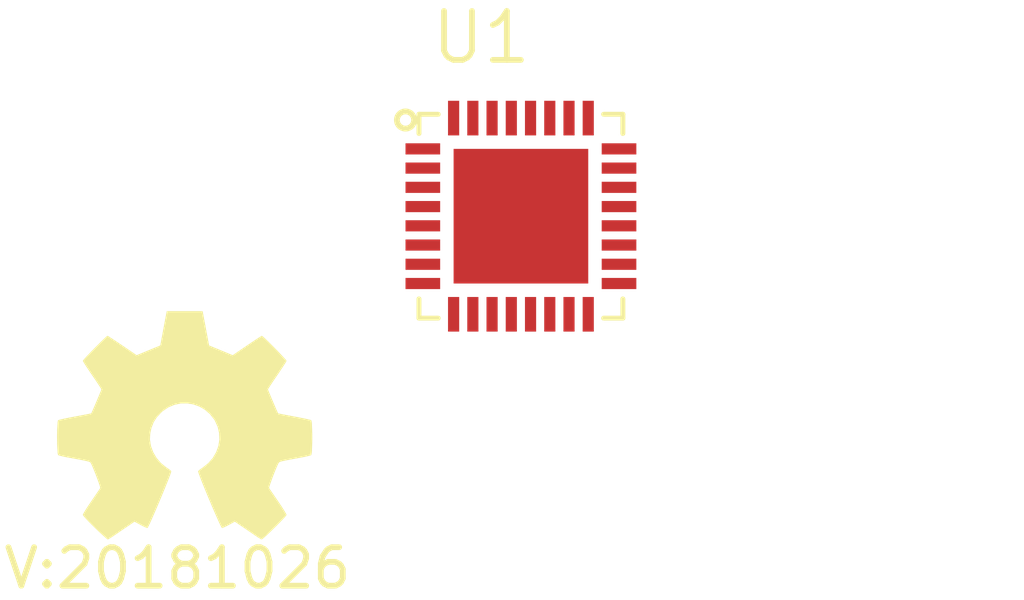
<source format=kicad_pcb>
(kicad_pcb (version 20171130) (host pcbnew 5.0.1-33cea8e~68~ubuntu18.04.1)

  (general
    (thickness 1.6)
    (drawings 0)
    (tracks 0)
    (zones 0)
    (modules 3)
    (nets 1)
  )

  (page A4)
  (layers
    (0 F.Cu signal)
    (31 B.Cu signal)
    (32 B.Adhes user)
    (33 F.Adhes user)
    (34 B.Paste user)
    (35 F.Paste user)
    (36 B.SilkS user)
    (37 F.SilkS user)
    (38 B.Mask user)
    (39 F.Mask user)
    (40 Dwgs.User user)
    (41 Cmts.User user)
    (42 Eco1.User user)
    (43 Eco2.User user)
    (44 Edge.Cuts user)
    (45 Margin user)
    (46 B.CrtYd user)
    (47 F.CrtYd user)
    (48 B.Fab user)
    (49 F.Fab user)
  )

  (setup
    (last_trace_width 0.1524)
    (user_trace_width 0.1524)
    (user_trace_width 0.2)
    (user_trace_width 0.3)
    (user_trace_width 0.4)
    (user_trace_width 0.6)
    (user_trace_width 1)
    (user_trace_width 1.5)
    (user_trace_width 2)
    (trace_clearance 0.1524)
    (zone_clearance 0.508)
    (zone_45_only no)
    (trace_min 0.1524)
    (segment_width 0.2)
    (edge_width 0.15)
    (via_size 0.381)
    (via_drill 0.254)
    (via_min_size 0.381)
    (via_min_drill 0.254)
    (user_via 0.381 0.254)
    (user_via 0.55 0.4)
    (user_via 0.75 0.6)
    (user_via 0.95 0.8)
    (user_via 1.3 1)
    (user_via 1.5 1.2)
    (user_via 1.7 1.4)
    (user_via 1.9 1.6)
    (uvia_size 0.381)
    (uvia_drill 0.254)
    (uvias_allowed no)
    (uvia_min_size 0.381)
    (uvia_min_drill 0.254)
    (pcb_text_width 0.3)
    (pcb_text_size 1.5 1.5)
    (mod_edge_width 0.15)
    (mod_text_size 1 1)
    (mod_text_width 0.15)
    (pad_size 1.524 1.524)
    (pad_drill 0.762)
    (pad_to_mask_clearance 0.2)
    (solder_mask_min_width 0.25)
    (aux_axis_origin 0 0)
    (visible_elements FFFFFF7F)
    (pcbplotparams
      (layerselection 0x00030_80000001)
      (usegerberextensions false)
      (usegerberattributes false)
      (usegerberadvancedattributes false)
      (creategerberjobfile false)
      (excludeedgelayer true)
      (linewidth 0.100000)
      (plotframeref false)
      (viasonmask false)
      (mode 1)
      (useauxorigin false)
      (hpglpennumber 1)
      (hpglpenspeed 20)
      (hpglpendiameter 15.000000)
      (psnegative false)
      (psa4output false)
      (plotreference true)
      (plotvalue true)
      (plotinvisibletext false)
      (padsonsilk false)
      (subtractmaskfromsilk false)
      (outputformat 1)
      (mirror false)
      (drillshape 1)
      (scaleselection 1)
      (outputdirectory ""))
  )

  (net 0 "")

  (net_class Default "This is the default net class."
    (clearance 0.1524)
    (trace_width 0.1524)
    (via_dia 0.381)
    (via_drill 0.254)
    (uvia_dia 0.381)
    (uvia_drill 0.254)
  )

  (module Symbols:OSHW-Symbol_6.7x6mm_SilkScreen (layer F.Cu) (tedit 0) (tstamp 5A135134)
    (at 148 101)
    (descr "Open Source Hardware Symbol")
    (tags "Logo Symbol OSHW")
    (path /5A135869)
    (attr virtual)
    (fp_text reference N1 (at 0 0) (layer F.SilkS) hide
      (effects (font (size 1 1) (thickness 0.15)))
    )
    (fp_text value OHWLOGO (at 0.75 0) (layer F.Fab) hide
      (effects (font (size 1 1) (thickness 0.15)))
    )
    (fp_poly (pts (xy 0.555814 -2.531069) (xy 0.639635 -2.086445) (xy 0.94892 -1.958947) (xy 1.258206 -1.831449)
      (xy 1.629246 -2.083754) (xy 1.733157 -2.154004) (xy 1.827087 -2.216728) (xy 1.906652 -2.269062)
      (xy 1.96747 -2.308143) (xy 2.005157 -2.331107) (xy 2.015421 -2.336058) (xy 2.03391 -2.323324)
      (xy 2.07342 -2.288118) (xy 2.129522 -2.234938) (xy 2.197787 -2.168282) (xy 2.273786 -2.092646)
      (xy 2.353092 -2.012528) (xy 2.431275 -1.932426) (xy 2.503907 -1.856836) (xy 2.566559 -1.790255)
      (xy 2.614803 -1.737182) (xy 2.64421 -1.702113) (xy 2.651241 -1.690377) (xy 2.641123 -1.66874)
      (xy 2.612759 -1.621338) (xy 2.569129 -1.552807) (xy 2.513218 -1.467785) (xy 2.448006 -1.370907)
      (xy 2.410219 -1.31565) (xy 2.341343 -1.214752) (xy 2.28014 -1.123701) (xy 2.229578 -1.04703)
      (xy 2.192628 -0.989272) (xy 2.172258 -0.954957) (xy 2.169197 -0.947746) (xy 2.176136 -0.927252)
      (xy 2.195051 -0.879487) (xy 2.223087 -0.811168) (xy 2.257391 -0.729011) (xy 2.295109 -0.63973)
      (xy 2.333387 -0.550042) (xy 2.36937 -0.466662) (xy 2.400206 -0.396306) (xy 2.423039 -0.34569)
      (xy 2.435017 -0.321529) (xy 2.435724 -0.320578) (xy 2.454531 -0.315964) (xy 2.504618 -0.305672)
      (xy 2.580793 -0.290713) (xy 2.677865 -0.272099) (xy 2.790643 -0.250841) (xy 2.856442 -0.238582)
      (xy 2.97695 -0.215638) (xy 3.085797 -0.193805) (xy 3.177476 -0.174278) (xy 3.246481 -0.158252)
      (xy 3.287304 -0.146921) (xy 3.295511 -0.143326) (xy 3.303548 -0.118994) (xy 3.310033 -0.064041)
      (xy 3.31497 0.015108) (xy 3.318364 0.112026) (xy 3.320218 0.220287) (xy 3.320538 0.333465)
      (xy 3.319327 0.445135) (xy 3.31659 0.548868) (xy 3.312331 0.638241) (xy 3.306555 0.706826)
      (xy 3.299267 0.748197) (xy 3.294895 0.75681) (xy 3.268764 0.767133) (xy 3.213393 0.781892)
      (xy 3.136107 0.799352) (xy 3.04423 0.81778) (xy 3.012158 0.823741) (xy 2.857524 0.852066)
      (xy 2.735375 0.874876) (xy 2.641673 0.89308) (xy 2.572384 0.907583) (xy 2.523471 0.919292)
      (xy 2.490897 0.929115) (xy 2.470628 0.937956) (xy 2.458626 0.946724) (xy 2.456947 0.948457)
      (xy 2.440184 0.976371) (xy 2.414614 1.030695) (xy 2.382788 1.104777) (xy 2.34726 1.191965)
      (xy 2.310583 1.285608) (xy 2.275311 1.379052) (xy 2.243996 1.465647) (xy 2.219193 1.53874)
      (xy 2.203454 1.591678) (xy 2.199332 1.617811) (xy 2.199676 1.618726) (xy 2.213641 1.640086)
      (xy 2.245322 1.687084) (xy 2.291391 1.754827) (xy 2.348518 1.838423) (xy 2.413373 1.932982)
      (xy 2.431843 1.959854) (xy 2.497699 2.057275) (xy 2.55565 2.146163) (xy 2.602538 2.221412)
      (xy 2.635207 2.27792) (xy 2.6505 2.310581) (xy 2.651241 2.314593) (xy 2.638392 2.335684)
      (xy 2.602888 2.377464) (xy 2.549293 2.435445) (xy 2.482171 2.505135) (xy 2.406087 2.582045)
      (xy 2.325604 2.661683) (xy 2.245287 2.739561) (xy 2.169699 2.811186) (xy 2.103405 2.87207)
      (xy 2.050969 2.917721) (xy 2.016955 2.94365) (xy 2.007545 2.947883) (xy 1.985643 2.937912)
      (xy 1.9408 2.91102) (xy 1.880321 2.871736) (xy 1.833789 2.840117) (xy 1.749475 2.782098)
      (xy 1.649626 2.713784) (xy 1.549473 2.645579) (xy 1.495627 2.609075) (xy 1.313371 2.4858)
      (xy 1.160381 2.56852) (xy 1.090682 2.604759) (xy 1.031414 2.632926) (xy 0.991311 2.648991)
      (xy 0.981103 2.651226) (xy 0.968829 2.634722) (xy 0.944613 2.588082) (xy 0.910263 2.515609)
      (xy 0.867588 2.421606) (xy 0.818394 2.310374) (xy 0.76449 2.186215) (xy 0.707684 2.053432)
      (xy 0.649782 1.916327) (xy 0.592593 1.779202) (xy 0.537924 1.646358) (xy 0.487584 1.522098)
      (xy 0.44338 1.410725) (xy 0.407119 1.316539) (xy 0.380609 1.243844) (xy 0.365658 1.196941)
      (xy 0.363254 1.180833) (xy 0.382311 1.160286) (xy 0.424036 1.126933) (xy 0.479706 1.087702)
      (xy 0.484378 1.084599) (xy 0.628264 0.969423) (xy 0.744283 0.835053) (xy 0.83143 0.685784)
      (xy 0.888699 0.525913) (xy 0.915086 0.359737) (xy 0.909585 0.191552) (xy 0.87119 0.025655)
      (xy 0.798895 -0.133658) (xy 0.777626 -0.168513) (xy 0.666996 -0.309263) (xy 0.536302 -0.422286)
      (xy 0.390064 -0.506997) (xy 0.232808 -0.562806) (xy 0.069057 -0.589126) (xy -0.096667 -0.58537)
      (xy -0.259838 -0.55095) (xy -0.415935 -0.485277) (xy -0.560433 -0.387765) (xy -0.605131 -0.348187)
      (xy -0.718888 -0.224297) (xy -0.801782 -0.093876) (xy -0.858644 0.052315) (xy -0.890313 0.197088)
      (xy -0.898131 0.35986) (xy -0.872062 0.52344) (xy -0.814755 0.682298) (xy -0.728856 0.830906)
      (xy -0.617014 0.963735) (xy -0.481877 1.075256) (xy -0.464117 1.087011) (xy -0.40785 1.125508)
      (xy -0.365077 1.158863) (xy -0.344628 1.18016) (xy -0.344331 1.180833) (xy -0.348721 1.203871)
      (xy -0.366124 1.256157) (xy -0.394732 1.33339) (xy -0.432735 1.431268) (xy -0.478326 1.545491)
      (xy -0.529697 1.671758) (xy -0.585038 1.805767) (xy -0.642542 1.943218) (xy -0.700399 2.079808)
      (xy -0.756802 2.211237) (xy -0.809942 2.333205) (xy -0.85801 2.441409) (xy -0.899199 2.531549)
      (xy -0.931699 2.599323) (xy -0.953703 2.64043) (xy -0.962564 2.651226) (xy -0.98964 2.642819)
      (xy -1.040303 2.620272) (xy -1.105817 2.587613) (xy -1.141841 2.56852) (xy -1.294832 2.4858)
      (xy -1.477088 2.609075) (xy -1.570125 2.672228) (xy -1.671985 2.741727) (xy -1.767438 2.807165)
      (xy -1.81525 2.840117) (xy -1.882495 2.885273) (xy -1.939436 2.921057) (xy -1.978646 2.942938)
      (xy -1.991381 2.947563) (xy -2.009917 2.935085) (xy -2.050941 2.900252) (xy -2.110475 2.846678)
      (xy -2.184542 2.777983) (xy -2.269165 2.697781) (xy -2.322685 2.646286) (xy -2.416319 2.554286)
      (xy -2.497241 2.471999) (xy -2.562177 2.402945) (xy -2.607858 2.350644) (xy -2.631011 2.318616)
      (xy -2.633232 2.312116) (xy -2.622924 2.287394) (xy -2.594439 2.237405) (xy -2.550937 2.167212)
      (xy -2.495577 2.081875) (xy -2.43152 1.986456) (xy -2.413303 1.959854) (xy -2.346927 1.863167)
      (xy -2.287378 1.776117) (xy -2.237984 1.703595) (xy -2.202075 1.650493) (xy -2.182981 1.621703)
      (xy -2.181136 1.618726) (xy -2.183895 1.595782) (xy -2.198538 1.545336) (xy -2.222513 1.474041)
      (xy -2.253266 1.388547) (xy -2.288244 1.295507) (xy -2.324893 1.201574) (xy -2.360661 1.113399)
      (xy -2.392994 1.037634) (xy -2.419338 0.980931) (xy -2.437142 0.949943) (xy -2.438407 0.948457)
      (xy -2.449294 0.939601) (xy -2.467682 0.930843) (xy -2.497606 0.921277) (xy -2.543103 0.909996)
      (xy -2.608209 0.896093) (xy -2.696961 0.878663) (xy -2.813393 0.856798) (xy -2.961542 0.829591)
      (xy -2.993618 0.823741) (xy -3.088686 0.805374) (xy -3.171565 0.787405) (xy -3.23493 0.771569)
      (xy -3.271458 0.7596) (xy -3.276356 0.75681) (xy -3.284427 0.732072) (xy -3.290987 0.67679)
      (xy -3.296033 0.597389) (xy -3.299559 0.500296) (xy -3.301561 0.391938) (xy -3.302036 0.27874)
      (xy -3.300977 0.167128) (xy -3.298382 0.063529) (xy -3.294246 -0.025632) (xy -3.288563 -0.093928)
      (xy -3.281331 -0.134934) (xy -3.276971 -0.143326) (xy -3.252698 -0.151792) (xy -3.197426 -0.165565)
      (xy -3.116662 -0.18345) (xy -3.015912 -0.204252) (xy -2.900683 -0.226777) (xy -2.837902 -0.238582)
      (xy -2.718787 -0.260849) (xy -2.612565 -0.281021) (xy -2.524427 -0.298085) (xy -2.459566 -0.311031)
      (xy -2.423174 -0.318845) (xy -2.417184 -0.320578) (xy -2.407061 -0.34011) (xy -2.385662 -0.387157)
      (xy -2.355839 -0.454997) (xy -2.320445 -0.536909) (xy -2.282332 -0.626172) (xy -2.244353 -0.716065)
      (xy -2.20936 -0.799865) (xy -2.180206 -0.870853) (xy -2.159743 -0.922306) (xy -2.150823 -0.947503)
      (xy -2.150657 -0.948604) (xy -2.160769 -0.968481) (xy -2.189117 -1.014223) (xy -2.232723 -1.081283)
      (xy -2.288606 -1.165116) (xy -2.353787 -1.261174) (xy -2.391679 -1.31635) (xy -2.460725 -1.417519)
      (xy -2.52205 -1.50937) (xy -2.572663 -1.587256) (xy -2.609571 -1.646531) (xy -2.629782 -1.682549)
      (xy -2.632701 -1.690623) (xy -2.620153 -1.709416) (xy -2.585463 -1.749543) (xy -2.533063 -1.806507)
      (xy -2.467384 -1.875815) (xy -2.392856 -1.952969) (xy -2.313913 -2.033475) (xy -2.234983 -2.112837)
      (xy -2.1605 -2.18656) (xy -2.094894 -2.250148) (xy -2.042596 -2.299106) (xy -2.008039 -2.328939)
      (xy -1.996478 -2.336058) (xy -1.977654 -2.326047) (xy -1.932631 -2.297922) (xy -1.865787 -2.254546)
      (xy -1.781499 -2.198782) (xy -1.684144 -2.133494) (xy -1.610707 -2.083754) (xy -1.239667 -1.831449)
      (xy -0.621095 -2.086445) (xy -0.537275 -2.531069) (xy -0.453454 -2.975693) (xy 0.471994 -2.975693)
      (xy 0.555814 -2.531069)) (layer F.SilkS) (width 0.01))
  )

  (module SquantorLabels:Label_version (layer F.Cu) (tedit 5B5A1E49) (tstamp 5B96DD88)
    (at 148.9 104.8)
    (path /5A1357A5)
    (fp_text reference N2 (at 0 1.4) (layer F.Fab) hide
      (effects (font (size 1 1) (thickness 0.15)))
    )
    (fp_text value 20181026 (at -0.4 -0.1) (layer F.SilkS)
      (effects (font (size 1 1) (thickness 0.15)))
    )
    (fp_text user V: (at -4.9 -0.1) (layer F.SilkS)
      (effects (font (size 1 1) (thickness 0.15)))
    )
  )

  (module SquantorIC:SOT617-3 (layer F.Cu) (tedit 587E90B9) (tstamp 5BE9E4C7)
    (at 156.75 95.55)
    (descr "<li><b>SOT617-3</b><hr>\n<ul><li>HVQFN32: plastic thermal enhanced very thin quad flat package; no leads; 32 terminals; body 5 x 5 x 0.85 mm\n<li><u>JEDEC</u>: MO-220\n<li><u>IEC</u>: --\n<li><u>JEITA</u>: -- </ul>")
    (path /5BD2C0FE)
    (fp_text reference U1 (at -2.4 -3.9) (layer F.SilkS)
      (effects (font (size 1.27 1.27) (thickness 0.15)) (justify left bottom))
    )
    (fp_text value LPC824M201JHI33 (at -4.7 5) (layer F.Fab)
      (effects (font (size 1.27 1.27) (thickness 0.15)) (justify left bottom))
    )
    (fp_line (start -2.025 3.125) (end 2.025 3.125) (layer Dwgs.User) (width 0.127))
    (fp_line (start 2.025 -3.125) (end -2.025 -3.125) (layer Dwgs.User) (width 0.127))
    (fp_line (start -3.125 -2.025) (end -3.125 2.025) (layer Dwgs.User) (width 0.127))
    (fp_line (start -2.65 -2.65) (end -2.025 -2.65) (layer Dwgs.User) (width 0.127))
    (fp_line (start -2.65 2.65) (end -2.025 2.65) (layer Dwgs.User) (width 0.127))
    (fp_line (start 2.65 -2.65) (end 2.65 -2.025) (layer Dwgs.User) (width 0.127))
    (fp_line (start 2.65 2.025) (end 2.65 2.65) (layer Dwgs.User) (width 0.127))
    (fp_line (start -2.65 -2.65) (end -2.65 -2.025) (layer Dwgs.User) (width 0.127))
    (fp_line (start -2.65 2.025) (end -2.65 2.65) (layer Dwgs.User) (width 0.127))
    (fp_line (start -2.025 -3.125) (end -2.025 -2.65) (layer Dwgs.User) (width 0.127))
    (fp_line (start 2.025 -3.125) (end 2.025 -2.65) (layer Dwgs.User) (width 0.127))
    (fp_line (start -2.025 3.125) (end -2.025 2.65) (layer Dwgs.User) (width 0.127))
    (fp_line (start 2.025 3.125) (end 2.025 2.65) (layer Dwgs.User) (width 0.127))
    (fp_line (start -3.125 -2.025) (end -2.65 -2.025) (layer Dwgs.User) (width 0.127))
    (fp_line (start 2.65 -2.025) (end 3.125 -2.025) (layer Dwgs.User) (width 0.127))
    (fp_line (start -3.125 2.025) (end -2.65 2.025) (layer Dwgs.User) (width 0.127))
    (fp_line (start 2.65 2.025) (end 3.125 2.025) (layer Dwgs.User) (width 0.127))
    (fp_line (start 2.025 -2.65) (end 2.65 -2.65) (layer Dwgs.User) (width 0.127))
    (fp_line (start 3.125 -2.025) (end 3.125 2.025) (layer Dwgs.User) (width 0.127))
    (fp_line (start 2.025 2.65) (end 2.65 2.65) (layer Dwgs.User) (width 0.127))
    (fp_line (start -2.65 -2.65) (end -2.15 -2.65) (layer F.SilkS) (width 0.127))
    (fp_line (start -2.65 2.65) (end -2.15 2.65) (layer F.SilkS) (width 0.127))
    (fp_line (start -2.65 -2.65) (end -2.65 -2.15) (layer F.SilkS) (width 0.127))
    (fp_line (start -2.65 2.15) (end -2.65 2.65) (layer F.SilkS) (width 0.127))
    (fp_line (start 2.65 -2.65) (end 2.65 -2.15) (layer F.SilkS) (width 0.127))
    (fp_line (start 2.65 2.15) (end 2.65 2.65) (layer F.SilkS) (width 0.127))
    (fp_line (start 2.15 -2.65) (end 2.65 -2.65) (layer F.SilkS) (width 0.127))
    (fp_line (start 2.15 2.65) (end 2.65 2.65) (layer F.SilkS) (width 0.127))
    (fp_circle (center -3 -2.5) (end -2.7764 -2.5) (layer F.SilkS) (width 0.15))
    (fp_poly (pts (xy -0.25 0.25) (xy 0.25 0.25) (xy 0.25 -0.25) (xy -0.25 -0.25)) (layer F.Paste) (width 0))
    (fp_poly (pts (xy -1.05 0.25) (xy -0.55 0.25) (xy -0.55 -0.25) (xy -1.05 -0.25)) (layer F.Paste) (width 0))
    (fp_poly (pts (xy 0.55 0.25) (xy 1.05 0.25) (xy 1.05 -0.25) (xy 0.55 -0.25)) (layer F.Paste) (width 0))
    (fp_poly (pts (xy -0.25 -0.55) (xy 0.25 -0.55) (xy 0.25 -1.05) (xy -0.25 -1.05)) (layer F.Paste) (width 0))
    (fp_poly (pts (xy -0.25 1.05) (xy 0.25 1.05) (xy 0.25 0.55) (xy -0.25 0.55)) (layer F.Paste) (width 0))
    (fp_poly (pts (xy 0.55 -0.55) (xy 1.05 -0.55) (xy 1.05 -1.05) (xy 0.55 -1.05)) (layer F.Paste) (width 0))
    (fp_poly (pts (xy -1.05 -0.55) (xy -0.55 -0.55) (xy -0.55 -1.05) (xy -1.05 -1.05)) (layer F.Paste) (width 0))
    (fp_poly (pts (xy -1.05 1.05) (xy -0.55 1.05) (xy -0.55 0.55) (xy -1.05 0.55)) (layer F.Paste) (width 0))
    (fp_poly (pts (xy 0.55 1.05) (xy 1.05 1.05) (xy 1.05 0.55) (xy 0.55 0.55)) (layer F.Paste) (width 0))
    (pad 28 smd rect (at 0.25 -2.55) (size 0.29 0.9) (layers F.Cu F.Paste F.Mask))
    (pad 27 smd rect (at 0.75 -2.55) (size 0.29 0.9) (layers F.Cu F.Paste F.Mask))
    (pad 26 smd rect (at 1.25 -2.55) (size 0.29 0.9) (layers F.Cu F.Paste F.Mask))
    (pad 25 smd rect (at 1.75 -2.55) (size 0.29 0.9) (layers F.Cu F.Paste F.Mask))
    (pad 29 smd rect (at -0.25 -2.55) (size 0.29 0.9) (layers F.Cu F.Paste F.Mask))
    (pad 30 smd rect (at -0.75 -2.55) (size 0.29 0.9) (layers F.Cu F.Paste F.Mask))
    (pad 31 smd rect (at -1.25 -2.55) (size 0.29 0.9) (layers F.Cu F.Paste F.Mask))
    (pad 32 smd rect (at -1.75 -2.55) (size 0.29 0.9) (layers F.Cu F.Paste F.Mask))
    (pad 12 smd rect (at -0.25 2.55 180) (size 0.29 0.9) (layers F.Cu F.Paste F.Mask))
    (pad 11 smd rect (at -0.75 2.55 180) (size 0.29 0.9) (layers F.Cu F.Paste F.Mask))
    (pad 10 smd rect (at -1.25 2.55 180) (size 0.29 0.9) (layers F.Cu F.Paste F.Mask))
    (pad 9 smd rect (at -1.75 2.55 180) (size 0.29 0.9) (layers F.Cu F.Paste F.Mask))
    (pad 13 smd rect (at 0.25 2.55 180) (size 0.29 0.9) (layers F.Cu F.Paste F.Mask))
    (pad 14 smd rect (at 0.75 2.55 180) (size 0.29 0.9) (layers F.Cu F.Paste F.Mask))
    (pad 15 smd rect (at 1.25 2.55 180) (size 0.29 0.9) (layers F.Cu F.Paste F.Mask))
    (pad 16 smd rect (at 1.75 2.55 180) (size 0.29 0.9) (layers F.Cu F.Paste F.Mask))
    (pad 20 smd rect (at 2.55 0.25 270) (size 0.29 0.9) (layers F.Cu F.Paste F.Mask))
    (pad 19 smd rect (at 2.55 0.75 270) (size 0.29 0.9) (layers F.Cu F.Paste F.Mask))
    (pad 18 smd rect (at 2.55 1.25 90) (size 0.29 0.9) (layers F.Cu F.Paste F.Mask))
    (pad 17 smd rect (at 2.55 1.75 270) (size 0.29 0.9) (layers F.Cu F.Paste F.Mask))
    (pad 21 smd rect (at 2.55 -0.25 270) (size 0.29 0.9) (layers F.Cu F.Paste F.Mask))
    (pad 22 smd rect (at 2.55 -0.75 270) (size 0.29 0.9) (layers F.Cu F.Paste F.Mask))
    (pad 23 smd rect (at 2.55 -1.25 270) (size 0.29 0.9) (layers F.Cu F.Paste F.Mask))
    (pad 24 smd rect (at 2.55 -1.75 270) (size 0.29 0.9) (layers F.Cu F.Paste F.Mask))
    (pad 4 smd rect (at -2.55 -0.25 90) (size 0.29 0.9) (layers F.Cu F.Paste F.Mask))
    (pad 3 smd rect (at -2.55 -0.75 90) (size 0.29 0.9) (layers F.Cu F.Paste F.Mask))
    (pad 2 smd rect (at -2.55 -1.25 270) (size 0.29 0.9) (layers F.Cu F.Paste F.Mask))
    (pad 1 smd rect (at -2.55 -1.75 90) (size 0.29 0.9) (layers F.Cu F.Paste F.Mask))
    (pad 5 smd rect (at -2.55 0.25 90) (size 0.29 0.9) (layers F.Cu F.Paste F.Mask))
    (pad 6 smd rect (at -2.55 0.75 90) (size 0.29 0.9) (layers F.Cu F.Paste F.Mask))
    (pad 7 smd rect (at -2.55 1.25 90) (size 0.29 0.9) (layers F.Cu F.Paste F.Mask))
    (pad 8 smd rect (at -2.55 1.75 90) (size 0.29 0.9) (layers F.Cu F.Paste F.Mask))
    (pad 33 smd rect (at 0 0) (size 3.5 3.5) (layers F.Cu F.Paste F.Mask))
  )

)

</source>
